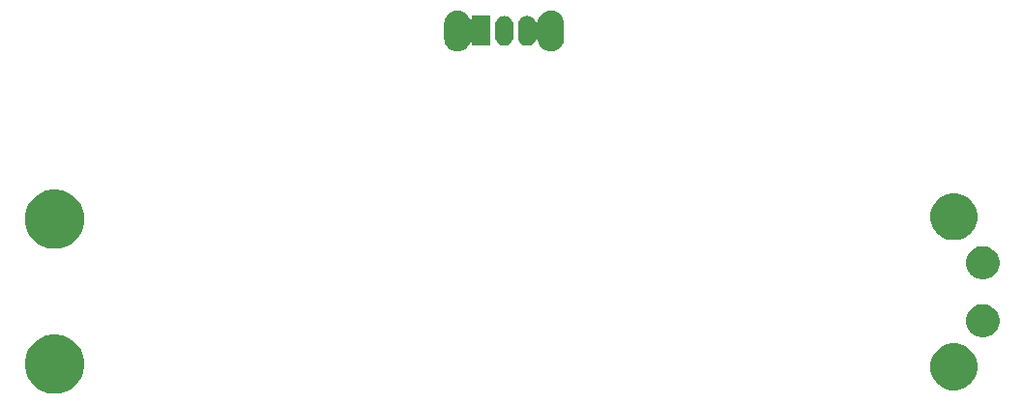
<source format=gbr>
G04 #@! TF.GenerationSoftware,KiCad,Pcbnew,(5.0.2)-1*
G04 #@! TF.CreationDate,2019-07-27T15:32:46-05:00*
G04 #@! TF.ProjectId,BusinessCards,42757369-6e65-4737-9343-617264732e6b,rev?*
G04 #@! TF.SameCoordinates,Original*
G04 #@! TF.FileFunction,Soldermask,Top*
G04 #@! TF.FilePolarity,Negative*
%FSLAX46Y46*%
G04 Gerber Fmt 4.6, Leading zero omitted, Abs format (unit mm)*
G04 Created by KiCad (PCBNEW (5.0.2)-1) date 7/27/2019 3:32:46 PM*
%MOMM*%
%LPD*%
G01*
G04 APERTURE LIST*
%ADD10C,0.100000*%
G04 APERTURE END LIST*
D10*
G36*
X107268908Y-80025380D02*
X107435767Y-80058570D01*
X107907299Y-80253885D01*
X108328803Y-80535526D01*
X108331669Y-80537441D01*
X108692559Y-80898331D01*
X108692561Y-80898334D01*
X108976115Y-81322701D01*
X108976115Y-81322702D01*
X109171430Y-81794234D01*
X109271000Y-82294807D01*
X109271000Y-82805193D01*
X109204620Y-83138908D01*
X109171430Y-83305767D01*
X108976115Y-83777299D01*
X108775569Y-84077436D01*
X108692559Y-84201669D01*
X108331669Y-84562559D01*
X108331666Y-84562561D01*
X107907299Y-84846115D01*
X107435767Y-85041430D01*
X107268908Y-85074620D01*
X106935193Y-85141000D01*
X106424807Y-85141000D01*
X106091092Y-85074620D01*
X105924233Y-85041430D01*
X105452701Y-84846115D01*
X105028334Y-84562561D01*
X105028331Y-84562559D01*
X104667441Y-84201669D01*
X104584431Y-84077436D01*
X104383885Y-83777299D01*
X104188570Y-83305767D01*
X104155380Y-83138908D01*
X104089000Y-82805193D01*
X104089000Y-82294807D01*
X104188570Y-81794234D01*
X104383885Y-81322702D01*
X104383885Y-81322701D01*
X104667439Y-80898334D01*
X104667441Y-80898331D01*
X105028331Y-80537441D01*
X105031197Y-80535526D01*
X105452701Y-80253885D01*
X105924233Y-80058570D01*
X106091092Y-80025380D01*
X106424807Y-79959000D01*
X106935193Y-79959000D01*
X107268908Y-80025380D01*
X107268908Y-80025380D01*
G37*
G36*
X186018252Y-80797818D02*
X186018254Y-80797819D01*
X186018255Y-80797819D01*
X186391513Y-80952427D01*
X186391514Y-80952428D01*
X186727439Y-81176886D01*
X187013114Y-81462561D01*
X187013116Y-81462564D01*
X187237573Y-81798487D01*
X187392181Y-82171745D01*
X187471000Y-82567994D01*
X187471000Y-82972006D01*
X187392181Y-83368255D01*
X187237573Y-83741513D01*
X187016143Y-84072905D01*
X187013114Y-84077439D01*
X186727439Y-84363114D01*
X186727436Y-84363116D01*
X186391513Y-84587573D01*
X186018255Y-84742181D01*
X186018254Y-84742181D01*
X186018252Y-84742182D01*
X185622007Y-84821000D01*
X185217993Y-84821000D01*
X184821748Y-84742182D01*
X184821746Y-84742181D01*
X184821745Y-84742181D01*
X184448487Y-84587573D01*
X184112564Y-84363116D01*
X184112561Y-84363114D01*
X183826886Y-84077439D01*
X183823857Y-84072905D01*
X183602427Y-83741513D01*
X183447819Y-83368255D01*
X183369000Y-82972006D01*
X183369000Y-82567994D01*
X183447819Y-82171745D01*
X183602427Y-81798487D01*
X183826884Y-81462564D01*
X183826886Y-81462561D01*
X184112561Y-81176886D01*
X184448486Y-80952428D01*
X184448487Y-80952427D01*
X184821745Y-80797819D01*
X184821746Y-80797819D01*
X184821748Y-80797818D01*
X185217993Y-80719000D01*
X185622007Y-80719000D01*
X186018252Y-80797818D01*
X186018252Y-80797818D01*
G37*
G36*
X188383238Y-77344760D02*
X188383240Y-77344761D01*
X188383241Y-77344761D01*
X188647306Y-77454140D01*
X188647307Y-77454141D01*
X188884962Y-77612937D01*
X189087063Y-77815038D01*
X189087065Y-77815041D01*
X189245860Y-78052694D01*
X189355239Y-78316759D01*
X189411000Y-78597089D01*
X189411000Y-78882911D01*
X189355239Y-79163241D01*
X189245860Y-79427306D01*
X189245859Y-79427307D01*
X189087063Y-79664962D01*
X188884962Y-79867063D01*
X188884959Y-79867065D01*
X188647306Y-80025860D01*
X188383241Y-80135239D01*
X188383240Y-80135239D01*
X188383238Y-80135240D01*
X188102912Y-80191000D01*
X187817088Y-80191000D01*
X187536762Y-80135240D01*
X187536760Y-80135239D01*
X187536759Y-80135239D01*
X187272694Y-80025860D01*
X187035041Y-79867065D01*
X187035038Y-79867063D01*
X186832937Y-79664962D01*
X186674141Y-79427307D01*
X186674140Y-79427306D01*
X186564761Y-79163241D01*
X186509000Y-78882911D01*
X186509000Y-78597089D01*
X186564761Y-78316759D01*
X186674140Y-78052694D01*
X186832935Y-77815041D01*
X186832937Y-77815038D01*
X187035038Y-77612937D01*
X187272693Y-77454141D01*
X187272694Y-77454140D01*
X187536759Y-77344761D01*
X187536760Y-77344761D01*
X187536762Y-77344760D01*
X187817088Y-77289000D01*
X188102912Y-77289000D01*
X188383238Y-77344760D01*
X188383238Y-77344760D01*
G37*
G36*
X188383238Y-72264760D02*
X188383240Y-72264761D01*
X188383241Y-72264761D01*
X188647306Y-72374140D01*
X188647307Y-72374141D01*
X188884962Y-72532937D01*
X189087063Y-72735038D01*
X189087065Y-72735041D01*
X189245860Y-72972694D01*
X189355239Y-73236759D01*
X189411000Y-73517089D01*
X189411000Y-73802911D01*
X189355239Y-74083241D01*
X189245860Y-74347306D01*
X189245859Y-74347307D01*
X189087063Y-74584962D01*
X188884962Y-74787063D01*
X188884959Y-74787065D01*
X188647306Y-74945860D01*
X188383241Y-75055239D01*
X188383240Y-75055239D01*
X188383238Y-75055240D01*
X188102912Y-75111000D01*
X187817088Y-75111000D01*
X187536762Y-75055240D01*
X187536760Y-75055239D01*
X187536759Y-75055239D01*
X187272694Y-74945860D01*
X187035041Y-74787065D01*
X187035038Y-74787063D01*
X186832937Y-74584962D01*
X186674141Y-74347307D01*
X186674140Y-74347306D01*
X186564761Y-74083241D01*
X186509000Y-73802911D01*
X186509000Y-73517089D01*
X186564761Y-73236759D01*
X186674140Y-72972694D01*
X186832935Y-72735041D01*
X186832937Y-72735038D01*
X187035038Y-72532937D01*
X187272693Y-72374141D01*
X187272694Y-72374140D01*
X187536759Y-72264761D01*
X187536760Y-72264761D01*
X187536762Y-72264760D01*
X187817088Y-72209000D01*
X188102912Y-72209000D01*
X188383238Y-72264760D01*
X188383238Y-72264760D01*
G37*
G36*
X107268908Y-67325380D02*
X107435767Y-67358570D01*
X107907299Y-67553885D01*
X108328803Y-67835526D01*
X108331669Y-67837441D01*
X108692559Y-68198331D01*
X108692561Y-68198334D01*
X108976115Y-68622701D01*
X109171430Y-69094233D01*
X109171430Y-69094234D01*
X109237819Y-69427993D01*
X109271000Y-69594809D01*
X109271000Y-70105191D01*
X109171430Y-70605767D01*
X108976115Y-71077299D01*
X108728706Y-71447572D01*
X108692559Y-71501669D01*
X108331669Y-71862559D01*
X108331666Y-71862561D01*
X107907299Y-72146115D01*
X107435767Y-72341430D01*
X107271321Y-72374140D01*
X106935193Y-72441000D01*
X106424807Y-72441000D01*
X106088679Y-72374140D01*
X105924233Y-72341430D01*
X105452701Y-72146115D01*
X105028334Y-71862561D01*
X105028331Y-71862559D01*
X104667441Y-71501669D01*
X104631294Y-71447572D01*
X104383885Y-71077299D01*
X104188570Y-70605767D01*
X104089000Y-70105191D01*
X104089000Y-69594809D01*
X104122182Y-69427993D01*
X104188570Y-69094234D01*
X104188570Y-69094233D01*
X104383885Y-68622701D01*
X104667439Y-68198334D01*
X104667441Y-68198331D01*
X105028331Y-67837441D01*
X105031197Y-67835526D01*
X105452701Y-67553885D01*
X105924233Y-67358570D01*
X106091092Y-67325380D01*
X106424807Y-67259000D01*
X106935193Y-67259000D01*
X107268908Y-67325380D01*
X107268908Y-67325380D01*
G37*
G36*
X186018252Y-67657818D02*
X186018254Y-67657819D01*
X186018255Y-67657819D01*
X186391513Y-67812427D01*
X186391514Y-67812428D01*
X186727439Y-68036886D01*
X187013114Y-68322561D01*
X187013116Y-68322564D01*
X187237573Y-68658487D01*
X187392181Y-69031745D01*
X187471000Y-69427994D01*
X187471000Y-69832006D01*
X187392181Y-70228255D01*
X187237573Y-70601513D01*
X187016143Y-70932905D01*
X187013114Y-70937439D01*
X186727439Y-71223114D01*
X186727436Y-71223116D01*
X186391513Y-71447573D01*
X186018255Y-71602181D01*
X186018254Y-71602181D01*
X186018252Y-71602182D01*
X185622007Y-71681000D01*
X185217993Y-71681000D01*
X184821748Y-71602182D01*
X184821746Y-71602181D01*
X184821745Y-71602181D01*
X184448487Y-71447573D01*
X184112564Y-71223116D01*
X184112561Y-71223114D01*
X183826886Y-70937439D01*
X183823857Y-70932905D01*
X183602427Y-70601513D01*
X183447819Y-70228255D01*
X183369000Y-69832006D01*
X183369000Y-69427994D01*
X183447819Y-69031745D01*
X183602427Y-68658487D01*
X183826884Y-68322564D01*
X183826886Y-68322561D01*
X184112561Y-68036886D01*
X184448486Y-67812428D01*
X184448487Y-67812427D01*
X184821745Y-67657819D01*
X184821746Y-67657819D01*
X184821748Y-67657818D01*
X185217993Y-67579000D01*
X185622007Y-67579000D01*
X186018252Y-67657818D01*
X186018252Y-67657818D01*
G37*
G36*
X150375634Y-51555654D02*
X150592599Y-51621470D01*
X150592601Y-51621471D01*
X150592604Y-51621472D01*
X150792555Y-51728347D01*
X150967818Y-51872182D01*
X151111653Y-52047444D01*
X151218528Y-52247395D01*
X151218528Y-52247396D01*
X151218530Y-52247400D01*
X151284346Y-52464365D01*
X151301000Y-52633457D01*
X151301000Y-54046543D01*
X151284346Y-54215635D01*
X151224760Y-54412062D01*
X151218528Y-54432605D01*
X151111653Y-54632556D01*
X150967818Y-54807818D01*
X150792556Y-54951653D01*
X150592605Y-55058528D01*
X150592602Y-55058529D01*
X150592600Y-55058530D01*
X150375635Y-55124346D01*
X150150000Y-55146569D01*
X149924366Y-55124346D01*
X149707401Y-55058530D01*
X149707399Y-55058529D01*
X149707396Y-55058528D01*
X149507445Y-54951653D01*
X149332183Y-54807818D01*
X149188349Y-54632557D01*
X149081471Y-54432602D01*
X149074352Y-54409133D01*
X149015654Y-54215635D01*
X149015011Y-54213515D01*
X149011091Y-54193803D01*
X149001713Y-54171164D01*
X148988100Y-54150789D01*
X148970772Y-54133462D01*
X148950398Y-54119848D01*
X148927759Y-54110471D01*
X148903726Y-54105690D01*
X148879221Y-54105690D01*
X148855188Y-54110470D01*
X148832549Y-54119848D01*
X148812174Y-54133461D01*
X148794847Y-54150789D01*
X148781233Y-54171164D01*
X148719230Y-54287165D01*
X148619133Y-54409133D01*
X148497165Y-54509230D01*
X148358012Y-54583608D01*
X148207025Y-54629410D01*
X148050000Y-54644875D01*
X147892976Y-54629410D01*
X147741989Y-54583608D01*
X147602836Y-54509230D01*
X147480868Y-54409133D01*
X147380771Y-54287165D01*
X147306393Y-54148012D01*
X147260591Y-53997025D01*
X147249001Y-53879346D01*
X147249000Y-52800655D01*
X147260590Y-52682976D01*
X147306392Y-52531989D01*
X147380768Y-52392839D01*
X147430819Y-52331852D01*
X147480867Y-52270867D01*
X147480869Y-52270866D01*
X147480870Y-52270864D01*
X147602835Y-52170770D01*
X147741988Y-52096392D01*
X147892975Y-52050590D01*
X148050000Y-52035125D01*
X148207024Y-52050590D01*
X148358011Y-52096392D01*
X148497161Y-52170768D01*
X148522791Y-52191802D01*
X148619133Y-52270867D01*
X148619134Y-52270869D01*
X148619136Y-52270870D01*
X148719230Y-52392835D01*
X148781233Y-52508836D01*
X148794846Y-52529211D01*
X148812174Y-52546538D01*
X148832548Y-52560152D01*
X148855187Y-52569529D01*
X148879220Y-52574310D01*
X148903725Y-52574310D01*
X148927758Y-52569530D01*
X148950397Y-52560152D01*
X148970772Y-52546539D01*
X148988099Y-52529211D01*
X149001713Y-52508837D01*
X149011090Y-52486198D01*
X149015011Y-52466488D01*
X149015654Y-52464368D01*
X149015654Y-52464366D01*
X149081470Y-52247401D01*
X149081471Y-52247399D01*
X149081472Y-52247396D01*
X149188347Y-52047445D01*
X149332182Y-51872182D01*
X149507444Y-51728347D01*
X149707395Y-51621472D01*
X149707398Y-51621471D01*
X149707400Y-51621470D01*
X149924365Y-51555654D01*
X150150000Y-51533431D01*
X150375634Y-51555654D01*
X150375634Y-51555654D01*
G37*
G36*
X142175634Y-51555654D02*
X142392599Y-51621470D01*
X142392601Y-51621471D01*
X142392604Y-51621472D01*
X142592555Y-51728347D01*
X142767818Y-51872182D01*
X142911653Y-52047444D01*
X143013760Y-52238474D01*
X143027374Y-52258849D01*
X143044701Y-52276176D01*
X143065075Y-52289790D01*
X143087714Y-52299167D01*
X143111748Y-52303948D01*
X143136252Y-52303948D01*
X143160285Y-52299168D01*
X143182924Y-52289790D01*
X143203299Y-52276176D01*
X143220626Y-52258849D01*
X143234240Y-52238475D01*
X143243617Y-52215836D01*
X143248398Y-52191802D01*
X143249000Y-52179550D01*
X143249000Y-52039000D01*
X144851000Y-52039000D01*
X144851000Y-54641000D01*
X143249000Y-54641000D01*
X143249000Y-54500450D01*
X143246598Y-54476064D01*
X143239485Y-54452615D01*
X143227934Y-54431004D01*
X143212388Y-54412062D01*
X143193446Y-54396516D01*
X143171835Y-54384965D01*
X143148386Y-54377852D01*
X143124000Y-54375450D01*
X143099614Y-54377852D01*
X143076165Y-54384965D01*
X143054554Y-54396516D01*
X143035612Y-54412062D01*
X143020066Y-54431004D01*
X143013760Y-54441526D01*
X142911653Y-54632556D01*
X142767818Y-54807818D01*
X142592556Y-54951653D01*
X142392605Y-55058528D01*
X142392602Y-55058529D01*
X142392600Y-55058530D01*
X142175635Y-55124346D01*
X141950000Y-55146569D01*
X141724366Y-55124346D01*
X141507401Y-55058530D01*
X141507399Y-55058529D01*
X141507396Y-55058528D01*
X141307445Y-54951653D01*
X141132183Y-54807818D01*
X140988349Y-54632557D01*
X140881471Y-54432602D01*
X140875240Y-54412062D01*
X140815654Y-54215635D01*
X140799000Y-54046543D01*
X140799000Y-52633458D01*
X140815654Y-52464366D01*
X140881470Y-52247401D01*
X140881471Y-52247399D01*
X140881472Y-52247396D01*
X140988347Y-52047445D01*
X141132182Y-51872182D01*
X141307444Y-51728347D01*
X141507395Y-51621472D01*
X141507398Y-51621471D01*
X141507400Y-51621470D01*
X141724365Y-51555654D01*
X141950000Y-51533431D01*
X142175634Y-51555654D01*
X142175634Y-51555654D01*
G37*
G36*
X146207024Y-52050590D02*
X146358011Y-52096392D01*
X146497161Y-52170768D01*
X146522791Y-52191802D01*
X146619133Y-52270867D01*
X146619134Y-52270869D01*
X146619136Y-52270870D01*
X146719230Y-52392835D01*
X146793608Y-52531988D01*
X146839410Y-52682975D01*
X146851000Y-52800654D01*
X146851000Y-53879346D01*
X146839410Y-53997025D01*
X146793608Y-54148012D01*
X146719230Y-54287165D01*
X146619133Y-54409133D01*
X146497165Y-54509230D01*
X146358012Y-54583608D01*
X146207025Y-54629410D01*
X146050000Y-54644875D01*
X145892976Y-54629410D01*
X145741989Y-54583608D01*
X145602836Y-54509230D01*
X145480868Y-54409133D01*
X145380771Y-54287165D01*
X145306393Y-54148012D01*
X145260591Y-53997025D01*
X145249001Y-53879346D01*
X145249000Y-52800655D01*
X145260590Y-52682976D01*
X145306392Y-52531989D01*
X145380768Y-52392839D01*
X145430819Y-52331852D01*
X145480867Y-52270867D01*
X145480869Y-52270866D01*
X145480870Y-52270864D01*
X145602835Y-52170770D01*
X145741988Y-52096392D01*
X145892975Y-52050590D01*
X146050000Y-52035125D01*
X146207024Y-52050590D01*
X146207024Y-52050590D01*
G37*
M02*

</source>
